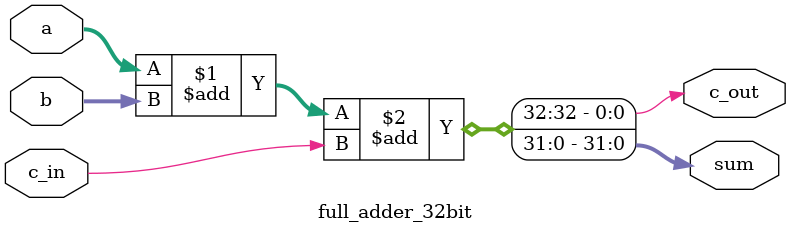
<source format=v>
module full_adder_32bit(	input [31:0] a,
									input [31:0] b, 
									input c_in,
									output c_out,
									output [31:0] sum);
	assign {c_out, sum} = a + b + c_in;
endmodule
</source>
